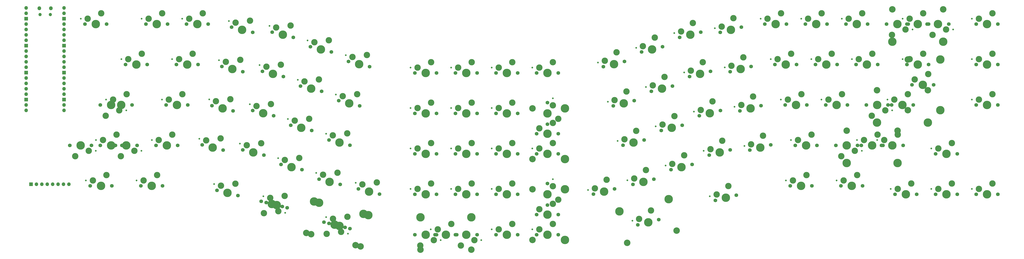
<source format=gts>
G04 #@! TF.GenerationSoftware,KiCad,Pcbnew,7.0.7*
G04 #@! TF.CreationDate,2023-09-16T21:00:12-07:00*
G04 #@! TF.ProjectId,pcb,7063622e-6b69-4636-9164-5f7063625858,rev?*
G04 #@! TF.SameCoordinates,Original*
G04 #@! TF.FileFunction,Soldermask,Top*
G04 #@! TF.FilePolarity,Negative*
%FSLAX46Y46*%
G04 Gerber Fmt 4.6, Leading zero omitted, Abs format (unit mm)*
G04 Created by KiCad (PCBNEW 7.0.7) date 2023-09-16 21:00:12*
%MOMM*%
%LPD*%
G01*
G04 APERTURE LIST*
%ADD10O,1.800000X1.800000*%
%ADD11O,1.500000X1.500000*%
%ADD12O,1.700000X1.700000*%
%ADD13R,1.700000X1.700000*%
%ADD14C,0.800000*%
%ADD15C,3.987800*%
%ADD16C,3.048000*%
%ADD17C,1.750000*%
%ADD18C,3.000000*%
G04 APERTURE END LIST*
D10*
X-9075000Y-263960000D03*
X-3625000Y-263960000D03*
D11*
X-3925000Y-266990000D03*
X-8775000Y-266990000D03*
D12*
X2540000Y-263830000D03*
X2540000Y-266370000D03*
D13*
X2540000Y-268910000D03*
D12*
X2540000Y-271450000D03*
X2540000Y-273990000D03*
X2540000Y-276530000D03*
X2540000Y-279070000D03*
D13*
X2540000Y-281610000D03*
D12*
X2540000Y-284150000D03*
X2540000Y-286690000D03*
X2540000Y-289230000D03*
X2540000Y-291770000D03*
D13*
X2540000Y-294310000D03*
D12*
X2540000Y-296850000D03*
X2540000Y-299390000D03*
X2540000Y-301930000D03*
X2540000Y-304470000D03*
D13*
X2540000Y-307010000D03*
D12*
X2540000Y-309550000D03*
X2540000Y-312090000D03*
X-15240000Y-312090000D03*
X-15240000Y-309550000D03*
D13*
X-15240000Y-307010000D03*
D12*
X-15240000Y-304470000D03*
X-15240000Y-301930000D03*
X-15240000Y-299390000D03*
X-15240000Y-296850000D03*
D13*
X-15240000Y-294310000D03*
D12*
X-15240000Y-291770000D03*
X-15240000Y-289230000D03*
X-15240000Y-286690000D03*
X-15240000Y-284150000D03*
D13*
X-15240000Y-281610000D03*
D12*
X-15240000Y-279070000D03*
X-15240000Y-276530000D03*
X-15240000Y-273990000D03*
X-15240000Y-271450000D03*
D13*
X-15240000Y-268910000D03*
D12*
X-15240000Y-266370000D03*
X-15240000Y-263830000D03*
D14*
X396140000Y-268922500D03*
D15*
X415163000Y-279717500D03*
D16*
X415163000Y-264477500D03*
D17*
X408305000Y-271462500D03*
D18*
X405765000Y-266382500D03*
D15*
X403225000Y-271462500D03*
D18*
X399415000Y-268922500D03*
D17*
X398145000Y-271462500D03*
D15*
X391287000Y-279717500D03*
D16*
X391287000Y-264477500D03*
D14*
X29427500Y-287972500D03*
D17*
X41592500Y-290512500D03*
D18*
X39052500Y-285432500D03*
D15*
X36512500Y-290512500D03*
D18*
X32702500Y-287972500D03*
D17*
X31432500Y-290512500D03*
D14*
X396140000Y-287972500D03*
D17*
X408305000Y-290512500D03*
D18*
X405765000Y-285432500D03*
D15*
X403225000Y-290512500D03*
D18*
X399415000Y-287972500D03*
D17*
X398145000Y-290512500D03*
D14*
X269267765Y-364043909D03*
D16*
X290030007Y-368683896D03*
D15*
X286343117Y-353896589D03*
D17*
X281685894Y-363565481D03*
D18*
X277992380Y-359250860D03*
D15*
X276756792Y-364794444D03*
D18*
X272445484Y-363251615D03*
D17*
X271827690Y-366023407D03*
D16*
X266863226Y-374460023D03*
D15*
X263176336Y-359672716D03*
D14*
X135750064Y-370118568D03*
D15*
X119903675Y-355042145D03*
D16*
X116216785Y-369829452D03*
D17*
X124560898Y-364711037D03*
D18*
X125796486Y-370254621D03*
D15*
X129490000Y-365940000D03*
D18*
X132572345Y-369326274D03*
D17*
X134419102Y-367168963D03*
D15*
X143070456Y-360818272D03*
D16*
X139383566Y-375605579D03*
D14*
X388996250Y-307022500D03*
D15*
X408019250Y-317817500D03*
D16*
X408019250Y-302577500D03*
D17*
X401161250Y-309562500D03*
D18*
X398621250Y-304482500D03*
D15*
X396081250Y-309562500D03*
D18*
X392271250Y-307022500D03*
D17*
X391001250Y-309562500D03*
D15*
X384143250Y-317817500D03*
D16*
X384143250Y-302577500D03*
D14*
X374708750Y-326072500D03*
D15*
X393731750Y-336867500D03*
D16*
X393731750Y-321627500D03*
D17*
X386873750Y-328612500D03*
D18*
X384333750Y-323532500D03*
D15*
X381793750Y-328612500D03*
D18*
X377983750Y-326072500D03*
D17*
X376713750Y-328612500D03*
D15*
X369855750Y-336867500D03*
D16*
X369855750Y-321627500D03*
D14*
X125552194Y-362344105D03*
D16*
X141705824Y-376188252D03*
D15*
X145392714Y-361400945D03*
D17*
X136741360Y-367751636D03*
D18*
X135505772Y-362208052D03*
D15*
X131812258Y-366522673D03*
D18*
X128729913Y-363136399D03*
D17*
X126883156Y-365293710D03*
D16*
X118539043Y-370412125D03*
D15*
X122225933Y-355624818D03*
D14*
X174683750Y-368141250D03*
D16*
X193706750Y-377666250D03*
D15*
X193706750Y-362426250D03*
D17*
X186848750Y-370681250D03*
D18*
X184308750Y-365601250D03*
D15*
X181768750Y-370681250D03*
D18*
X177958750Y-368141250D03*
D17*
X176688750Y-370681250D03*
D16*
X169830750Y-377666250D03*
D15*
X169830750Y-362426250D03*
D14*
X17521250Y-326072500D03*
D17*
X29686250Y-328612500D03*
D18*
X27146250Y-323532500D03*
D15*
X24606250Y-328612500D03*
D18*
X20796250Y-326072500D03*
D17*
X19526250Y-328612500D03*
D14*
X22283800Y-307022500D03*
D17*
X34448800Y-309562500D03*
D18*
X31908800Y-304482500D03*
D15*
X29368800Y-309562500D03*
D18*
X25558800Y-307022500D03*
D17*
X24288800Y-309562500D03*
D14*
X38835000Y-331152500D03*
D17*
X26670000Y-328612500D03*
D18*
X29210000Y-333692500D03*
D15*
X31750000Y-328612500D03*
D18*
X35560000Y-331152500D03*
D17*
X36830000Y-328612500D03*
D14*
X10377500Y-268922500D03*
D17*
X22542500Y-271462500D03*
D18*
X20002500Y-266382500D03*
D15*
X17462500Y-271462500D03*
D18*
X13652500Y-268922500D03*
D17*
X12382500Y-271462500D03*
D14*
X38952500Y-268922500D03*
D17*
X51117500Y-271462500D03*
D18*
X48577500Y-266382500D03*
D15*
X46037500Y-271462500D03*
D18*
X42227500Y-268922500D03*
D17*
X40957500Y-271462500D03*
D14*
X58002500Y-268922500D03*
D17*
X70167500Y-271462500D03*
D18*
X67627500Y-266382500D03*
D15*
X65087500Y-271462500D03*
D18*
X61277500Y-268922500D03*
D17*
X60007500Y-271462500D03*
D14*
X253143833Y-289531298D03*
D17*
X265561962Y-289052870D03*
D18*
X261868448Y-284738249D03*
D15*
X260632860Y-290281833D03*
D18*
X256321552Y-288739004D03*
D17*
X255703758Y-291510796D03*
D14*
X271051890Y-282612169D03*
D17*
X283470019Y-282133741D03*
D18*
X279776505Y-277819120D03*
D15*
X278540917Y-283362704D03*
D18*
X274229609Y-281819875D03*
D17*
X273611815Y-284591667D03*
D14*
X288959947Y-275693040D03*
D17*
X301378076Y-275214612D03*
D18*
X297684562Y-270899991D03*
D15*
X296448974Y-276443575D03*
D18*
X292137666Y-274900746D03*
D17*
X291519872Y-277672538D03*
D14*
X308020157Y-273394945D03*
D17*
X320438286Y-272916517D03*
D18*
X316744772Y-268601896D03*
D15*
X315509184Y-274145480D03*
D18*
X311197876Y-272602651D03*
D17*
X310580082Y-275374443D03*
D14*
X53240000Y-287972500D03*
D17*
X65405000Y-290512500D03*
D18*
X62865000Y-285432500D03*
D15*
X60325000Y-290512500D03*
D18*
X56515000Y-287972500D03*
D17*
X55245000Y-290512500D03*
D14*
X257752445Y-308015431D03*
D17*
X270170574Y-307537003D03*
D18*
X266477060Y-303222382D03*
D15*
X265241472Y-308765966D03*
D18*
X260930164Y-307223137D03*
D17*
X260312370Y-309994929D03*
D14*
X275660502Y-301096302D03*
D17*
X288078631Y-300617874D03*
D18*
X284385117Y-296303253D03*
D15*
X283149529Y-301846837D03*
D18*
X278838221Y-300304008D03*
D17*
X278220427Y-303075800D03*
D14*
X293568559Y-294177174D03*
D17*
X305986688Y-293698746D03*
D18*
X302293174Y-289384125D03*
D15*
X301057586Y-294927709D03*
D18*
X296746278Y-293384880D03*
D17*
X296128484Y-296156672D03*
D14*
X312628769Y-291879078D03*
D17*
X325046898Y-291400650D03*
D18*
X321353384Y-287086029D03*
D15*
X320117796Y-292629613D03*
D18*
X315806488Y-291086784D03*
D17*
X315188694Y-293858576D03*
D14*
X48477500Y-307022500D03*
D17*
X60642500Y-309562500D03*
D18*
X58102500Y-304482500D03*
D15*
X55562500Y-309562500D03*
D18*
X51752500Y-307022500D03*
D17*
X50482500Y-309562500D03*
D14*
X262361057Y-326499565D03*
D17*
X274779186Y-326021137D03*
D18*
X271085672Y-321706516D03*
D15*
X269850084Y-327250100D03*
D18*
X265538776Y-325707271D03*
D17*
X264920982Y-328479063D03*
D14*
X280269114Y-319580436D03*
D17*
X292687243Y-319102008D03*
D18*
X288993729Y-314787387D03*
D15*
X287758141Y-320330971D03*
D18*
X283446833Y-318788142D03*
D17*
X282829039Y-321559934D03*
D14*
X298177171Y-312661307D03*
D17*
X310595300Y-312182879D03*
D18*
X306901786Y-307868258D03*
D15*
X305666198Y-313411842D03*
D18*
X301354890Y-311869013D03*
D17*
X300737096Y-314640805D03*
D14*
X317237381Y-310363212D03*
D17*
X329655510Y-309884784D03*
D18*
X325961996Y-305570163D03*
D15*
X324726408Y-311113747D03*
D18*
X320415100Y-309570918D03*
D17*
X319797306Y-312342710D03*
D14*
X43715000Y-326072500D03*
D17*
X55880000Y-328612500D03*
D18*
X53340000Y-323532500D03*
D15*
X50800000Y-328612500D03*
D18*
X46990000Y-326072500D03*
D17*
X45720000Y-328612500D03*
D14*
X266969669Y-344983698D03*
D17*
X279387798Y-344505270D03*
D18*
X275694284Y-340190649D03*
D15*
X274458696Y-345734233D03*
D18*
X270147388Y-344191404D03*
D17*
X269529594Y-346963196D03*
D14*
X284877726Y-338064570D03*
D17*
X297295855Y-337586142D03*
D18*
X293602341Y-333271521D03*
D15*
X292366753Y-338815105D03*
D18*
X288055445Y-337272276D03*
D17*
X287437651Y-340044068D03*
D14*
X248485536Y-349592311D03*
D17*
X260903665Y-349113883D03*
D18*
X257210151Y-344799262D03*
D15*
X255974563Y-350342846D03*
D18*
X251663255Y-348800017D03*
D17*
X251045461Y-351571809D03*
D14*
X302785783Y-331145441D03*
D17*
X315203912Y-330667013D03*
D18*
X311510398Y-326352392D03*
D15*
X310274810Y-331895976D03*
D18*
X305963502Y-330353147D03*
D17*
X305345708Y-333124939D03*
D14*
X321845994Y-328847345D03*
D17*
X334264123Y-328368917D03*
D18*
X330570609Y-324054296D03*
D15*
X329335021Y-329597880D03*
D18*
X325023713Y-328055051D03*
D17*
X324405919Y-330826843D03*
D14*
X419835000Y-274002500D03*
D17*
X407670000Y-271462500D03*
D18*
X410210000Y-276542500D03*
D15*
X412750000Y-271462500D03*
D18*
X416560000Y-274002500D03*
D17*
X417830000Y-271462500D03*
D14*
X348515000Y-268922500D03*
D17*
X360680000Y-271462500D03*
D18*
X358140000Y-266382500D03*
D15*
X355600000Y-271462500D03*
D18*
X351790000Y-268922500D03*
D17*
X350520000Y-271462500D03*
D14*
X367565000Y-268922500D03*
D17*
X379730000Y-271462500D03*
D18*
X377190000Y-266382500D03*
D15*
X374650000Y-271462500D03*
D18*
X370840000Y-268922500D03*
D17*
X369570000Y-271462500D03*
D14*
X353277500Y-287972500D03*
D17*
X365442500Y-290512500D03*
D18*
X362902500Y-285432500D03*
D15*
X360362500Y-290512500D03*
D18*
X356552500Y-287972500D03*
D17*
X355282500Y-290512500D03*
D14*
X400785000Y-274002500D03*
D17*
X388620000Y-271462500D03*
D18*
X391160000Y-276542500D03*
D15*
X393700000Y-271462500D03*
D18*
X397510000Y-274002500D03*
D17*
X398780000Y-271462500D03*
D14*
X372327500Y-287972500D03*
D17*
X384492500Y-290512500D03*
D18*
X381952500Y-285432500D03*
D15*
X379412500Y-290512500D03*
D18*
X375602500Y-287972500D03*
D17*
X374332500Y-290512500D03*
D14*
X329465000Y-268922500D03*
D17*
X341630000Y-271462500D03*
D18*
X339090000Y-266382500D03*
D15*
X336550000Y-271462500D03*
D18*
X332740000Y-268922500D03*
D17*
X331470000Y-271462500D03*
D14*
X334227500Y-287972500D03*
D17*
X346392500Y-290512500D03*
D18*
X343852500Y-285432500D03*
D15*
X341312500Y-290512500D03*
D18*
X337502500Y-287972500D03*
D17*
X336232500Y-290512500D03*
D14*
X338990000Y-307022500D03*
D17*
X351155000Y-309562500D03*
D18*
X348615000Y-304482500D03*
D15*
X346075000Y-309562500D03*
D18*
X342265000Y-307022500D03*
D17*
X340995000Y-309562500D03*
D14*
X358040000Y-307022500D03*
D17*
X370205000Y-309562500D03*
D18*
X367665000Y-304482500D03*
D15*
X365125000Y-309562500D03*
D18*
X361315000Y-307022500D03*
D17*
X360045000Y-309562500D03*
D14*
X391260000Y-312102500D03*
D17*
X379095000Y-309562500D03*
D18*
X381635000Y-314642500D03*
D15*
X384175000Y-309562500D03*
D18*
X387985000Y-312102500D03*
D17*
X389255000Y-309562500D03*
D14*
X343752500Y-326072500D03*
D17*
X355917500Y-328612500D03*
D18*
X353377500Y-323532500D03*
D15*
X350837500Y-328612500D03*
D18*
X347027500Y-326072500D03*
D17*
X345757500Y-328612500D03*
D14*
X409633750Y-349091250D03*
D17*
X421798750Y-351631250D03*
D18*
X419258750Y-346551250D03*
D15*
X416718750Y-351631250D03*
D18*
X412908750Y-349091250D03*
D17*
X411638750Y-351631250D03*
D14*
X376972500Y-331152500D03*
D17*
X364807500Y-328612500D03*
D18*
X367347500Y-333692500D03*
D15*
X369887500Y-328612500D03*
D18*
X373697500Y-331152500D03*
D17*
X374967500Y-328612500D03*
D14*
X390583750Y-349091250D03*
D17*
X402748750Y-351631250D03*
D18*
X400208750Y-346551250D03*
D15*
X397668750Y-351631250D03*
D18*
X393858750Y-349091250D03*
D17*
X392588750Y-351631250D03*
D14*
X98928462Y-272265007D03*
D17*
X110117628Y-277672538D03*
D18*
X108882040Y-272128954D03*
D15*
X105188526Y-276443575D03*
D18*
X102106181Y-273057301D03*
D17*
X100259424Y-275214612D03*
D14*
X79868252Y-269966912D03*
D17*
X91057418Y-275374443D03*
D18*
X89821830Y-269830859D03*
D15*
X86128316Y-274145480D03*
D18*
X83045971Y-270759206D03*
D17*
X81199214Y-272916517D03*
D14*
X134744576Y-286103265D03*
D17*
X145933742Y-291510796D03*
D18*
X144698154Y-285967212D03*
D15*
X141004640Y-290281833D03*
D18*
X137922295Y-286895559D03*
D17*
X136075538Y-289052870D03*
D14*
X70651028Y-306935179D03*
D17*
X81840194Y-312342710D03*
D18*
X80604606Y-306799126D03*
D15*
X76911092Y-311113747D03*
D18*
X73828747Y-307727473D03*
D17*
X71981990Y-309884784D03*
D14*
X125527352Y-323071532D03*
D17*
X136716518Y-328479063D03*
D18*
X135480930Y-322935479D03*
D15*
X131787416Y-327250100D03*
D18*
X128705071Y-323863826D03*
D17*
X126858314Y-326021137D03*
D14*
X75259640Y-288451045D03*
D17*
X86448806Y-293858576D03*
D18*
X85213218Y-288314992D03*
D15*
X81519704Y-292629613D03*
D18*
X78437359Y-289243339D03*
D17*
X76590602Y-291400650D03*
D14*
X112227907Y-297668269D03*
D17*
X123417073Y-303075800D03*
D18*
X122181485Y-297532216D03*
D15*
X118487971Y-301846837D03*
D18*
X115405626Y-298460563D03*
D17*
X113558869Y-300617874D03*
D14*
X94319850Y-290749141D03*
D17*
X105509016Y-296156672D03*
D18*
X104273428Y-290613088D03*
D15*
X100579914Y-294927709D03*
D18*
X97497569Y-291541435D03*
D17*
X95650812Y-293698746D03*
D14*
X89711238Y-309233274D03*
D17*
X100900404Y-314640805D03*
D18*
X99664816Y-309097221D03*
D15*
X95971302Y-313411842D03*
D18*
X92888957Y-310025568D03*
D17*
X91042200Y-312182879D03*
D14*
X107619295Y-316152403D03*
D17*
X118808461Y-321559934D03*
D18*
X117572873Y-316016350D03*
D15*
X113879359Y-320330971D03*
D18*
X110797014Y-316944697D03*
D17*
X108950257Y-319102008D03*
D14*
X130135964Y-304587398D03*
D17*
X141325130Y-309994929D03*
D18*
X140089542Y-304451345D03*
D15*
X136396028Y-308765966D03*
D18*
X133313683Y-305379692D03*
D17*
X131466926Y-307537003D03*
D14*
X116836519Y-279184136D03*
D17*
X128025685Y-284591667D03*
D18*
X126790097Y-279048083D03*
D15*
X123096583Y-283362704D03*
D18*
X120014238Y-279976430D03*
D17*
X118167481Y-282133741D03*
D14*
X66042415Y-325419312D03*
D17*
X77231581Y-330826843D03*
D18*
X75995993Y-325283259D03*
D15*
X72302479Y-329597880D03*
D18*
X69220134Y-326211606D03*
D17*
X67373377Y-328368917D03*
D14*
X103010683Y-334636537D03*
D17*
X114199849Y-340044068D03*
D18*
X112964261Y-334500484D03*
D15*
X109270747Y-338815105D03*
D18*
X106188402Y-335428831D03*
D17*
X104341645Y-337586142D03*
D14*
X139402873Y-346164278D03*
D17*
X150592039Y-351571809D03*
D18*
X149356451Y-346028225D03*
D15*
X145662937Y-350342846D03*
D18*
X142580592Y-346956572D03*
D17*
X140733835Y-349113883D03*
D14*
X120918740Y-341555665D03*
D17*
X132107906Y-346963196D03*
D18*
X130872318Y-341419612D03*
D15*
X127178804Y-345734233D03*
D18*
X124096459Y-342347959D03*
D17*
X122249702Y-344505270D03*
D14*
X85102626Y-327717408D03*
D17*
X96291792Y-333124939D03*
D18*
X95056204Y-327581355D03*
D15*
X91362690Y-331895976D03*
D18*
X88280345Y-328509702D03*
D17*
X86433588Y-330667013D03*
D14*
X106290064Y-360328568D03*
D17*
X95100898Y-354921037D03*
D18*
X96336486Y-360464621D03*
D15*
X100030000Y-356150000D03*
D18*
X103112345Y-359536274D03*
D17*
X104959102Y-357378963D03*
D14*
X409633750Y-330041250D03*
D17*
X421798750Y-332581250D03*
D18*
X419258750Y-327501250D03*
D15*
X416718750Y-332581250D03*
D18*
X412908750Y-330041250D03*
D17*
X411638750Y-332581250D03*
D14*
X428683750Y-349091250D03*
D17*
X440848750Y-351631250D03*
D18*
X438308750Y-346551250D03*
D15*
X435768750Y-351631250D03*
D18*
X431958750Y-349091250D03*
D17*
X430688750Y-351631250D03*
D14*
X222308750Y-330041250D03*
D17*
X234473750Y-332581250D03*
D18*
X231933750Y-327501250D03*
D15*
X229393750Y-332581250D03*
D18*
X225583750Y-330041250D03*
D17*
X224313750Y-332581250D03*
D14*
X203258750Y-330041250D03*
D17*
X215423750Y-332581250D03*
D18*
X212883750Y-327501250D03*
D15*
X210343750Y-332581250D03*
D18*
X206533750Y-330041250D03*
D17*
X205263750Y-332581250D03*
D14*
X222308750Y-368141250D03*
D17*
X234473750Y-370681250D03*
D18*
X231933750Y-365601250D03*
D15*
X229393750Y-370681250D03*
D18*
X225583750Y-368141250D03*
D17*
X224313750Y-370681250D03*
D14*
X428683750Y-287972500D03*
D17*
X440848750Y-290512500D03*
D18*
X438308750Y-285432500D03*
D15*
X435768750Y-290512500D03*
D18*
X431958750Y-287972500D03*
D17*
X430688750Y-290512500D03*
D14*
X165158750Y-291941250D03*
D17*
X177323750Y-294481250D03*
D18*
X174783750Y-289401250D03*
D15*
X172243750Y-294481250D03*
D18*
X168433750Y-291941250D03*
D17*
X167163750Y-294481250D03*
D14*
X231933750Y-344546250D03*
D17*
X229393750Y-356711250D03*
D18*
X234473750Y-354171250D03*
D15*
X229393750Y-351631250D03*
D18*
X231933750Y-347821250D03*
D17*
X229393750Y-346551250D03*
D14*
X203258750Y-291941250D03*
D17*
X215423750Y-294481250D03*
D18*
X212883750Y-289401250D03*
D15*
X210343750Y-294481250D03*
D18*
X206533750Y-291941250D03*
D17*
X205263750Y-294481250D03*
D14*
X198378750Y-373221250D03*
D17*
X186213750Y-370681250D03*
D18*
X188753750Y-375761250D03*
D15*
X191293750Y-370681250D03*
D18*
X195103750Y-373221250D03*
D17*
X196373750Y-370681250D03*
D14*
X184208750Y-310991250D03*
D17*
X196373750Y-313531250D03*
D18*
X193833750Y-308451250D03*
D15*
X191293750Y-313531250D03*
D18*
X187483750Y-310991250D03*
D17*
X186213750Y-313531250D03*
D14*
X203258750Y-368141250D03*
D17*
X215423750Y-370681250D03*
D18*
X212883750Y-365601250D03*
D15*
X210343750Y-370681250D03*
D18*
X206533750Y-368141250D03*
D17*
X205263750Y-370681250D03*
D14*
X203258750Y-310991250D03*
D17*
X215423750Y-313531250D03*
D18*
X212883750Y-308451250D03*
D15*
X210343750Y-313531250D03*
D18*
X206533750Y-310991250D03*
D17*
X205263750Y-313531250D03*
D14*
X165158750Y-349091250D03*
D17*
X177323750Y-351631250D03*
D18*
X174783750Y-346551250D03*
D15*
X172243750Y-351631250D03*
D18*
X168433750Y-349091250D03*
D17*
X167163750Y-351631250D03*
D14*
X165158750Y-310991250D03*
D17*
X177323750Y-313531250D03*
D18*
X174783750Y-308451250D03*
D15*
X172243750Y-313531250D03*
D18*
X168433750Y-310991250D03*
D17*
X167163750Y-313531250D03*
D14*
X203258750Y-349091250D03*
D17*
X215423750Y-351631250D03*
D18*
X212883750Y-346551250D03*
D15*
X210343750Y-351631250D03*
D18*
X206533750Y-349091250D03*
D17*
X205263750Y-351631250D03*
D14*
X165158750Y-330041250D03*
D17*
X177323750Y-332581250D03*
D18*
X174783750Y-327501250D03*
D15*
X172243750Y-332581250D03*
D18*
X168433750Y-330041250D03*
D17*
X167163750Y-332581250D03*
D14*
X222308750Y-291941250D03*
D17*
X234473750Y-294481250D03*
D18*
X231933750Y-289401250D03*
D15*
X229393750Y-294481250D03*
D18*
X225583750Y-291941250D03*
D17*
X224313750Y-294481250D03*
D14*
X184208750Y-330041250D03*
D17*
X196373750Y-332581250D03*
D18*
X193833750Y-327501250D03*
D15*
X191293750Y-332581250D03*
D18*
X187483750Y-330041250D03*
D17*
X186213750Y-332581250D03*
D14*
X179328750Y-373221250D03*
D17*
X167163750Y-370681250D03*
D18*
X169703750Y-375761250D03*
D15*
X172243750Y-370681250D03*
D18*
X176053750Y-373221250D03*
D17*
X177323750Y-370681250D03*
D14*
X231933750Y-306446250D03*
D17*
X229393750Y-318611250D03*
D18*
X234473750Y-316071250D03*
D15*
X229393750Y-313531250D03*
D18*
X231933750Y-309721250D03*
D17*
X229393750Y-308451250D03*
D14*
X184208750Y-291941250D03*
D17*
X196373750Y-294481250D03*
D18*
X193833750Y-289401250D03*
D15*
X191293750Y-294481250D03*
D18*
X187483750Y-291941250D03*
D17*
X186213750Y-294481250D03*
D14*
X184208750Y-349091250D03*
D17*
X196373750Y-351631250D03*
D18*
X193833750Y-346551250D03*
D15*
X191293750Y-351631250D03*
D18*
X187483750Y-349091250D03*
D17*
X186213750Y-351631250D03*
D14*
X428683750Y-307022500D03*
D17*
X440848750Y-309562500D03*
D18*
X438308750Y-304482500D03*
D15*
X435768750Y-309562500D03*
D18*
X431958750Y-307022500D03*
D17*
X430688750Y-309562500D03*
D14*
X428683750Y-268922500D03*
D17*
X440848750Y-271462500D03*
D18*
X438308750Y-266382500D03*
D15*
X435768750Y-271462500D03*
D18*
X431958750Y-268922500D03*
D17*
X430688750Y-271462500D03*
D14*
X17403750Y-331152500D03*
D17*
X5238750Y-328612500D03*
D18*
X7778750Y-333692500D03*
D15*
X10318750Y-328612500D03*
D18*
X14128750Y-331152500D03*
D17*
X15398750Y-328612500D03*
D14*
X12758750Y-345122500D03*
D17*
X24923750Y-347662500D03*
D18*
X22383750Y-342582500D03*
D15*
X19843750Y-347662500D03*
D18*
X16033750Y-345122500D03*
D17*
X14763750Y-347662500D03*
D14*
X36571250Y-345122500D03*
D17*
X48736250Y-347662500D03*
D18*
X46196250Y-342582500D03*
D15*
X43656250Y-347662500D03*
D18*
X39846250Y-345122500D03*
D17*
X38576250Y-347662500D03*
D14*
X305659955Y-352516168D03*
D17*
X318078084Y-352037740D03*
D18*
X314384570Y-347723119D03*
D15*
X313148982Y-353266703D03*
D18*
X308837674Y-351723874D03*
D17*
X308219880Y-354495666D03*
D14*
X384233750Y-326072500D03*
D17*
X396398750Y-328612500D03*
D18*
X393858750Y-323532500D03*
D15*
X391318750Y-328612500D03*
D18*
X387508750Y-326072500D03*
D17*
X386238750Y-328612500D03*
D14*
X365183750Y-345122500D03*
D17*
X377348750Y-347662500D03*
D18*
X374808750Y-342582500D03*
D15*
X372268750Y-347662500D03*
D18*
X368458750Y-345122500D03*
D17*
X367188750Y-347662500D03*
D14*
X341371250Y-345122500D03*
D17*
X353536250Y-347662500D03*
D18*
X350996250Y-342582500D03*
D15*
X348456250Y-347662500D03*
D18*
X344646250Y-345122500D03*
D17*
X343376250Y-347662500D03*
D14*
X96091554Y-352544594D03*
D17*
X107280720Y-357952125D03*
D18*
X106045132Y-352408541D03*
D15*
X102351618Y-356723162D03*
D18*
X99269273Y-353336888D03*
D17*
X97422516Y-355494199D03*
D14*
X72986387Y-346783829D03*
D17*
X84175553Y-352191360D03*
D18*
X82939965Y-346647776D03*
D15*
X79246451Y-350962397D03*
D18*
X76164106Y-347576123D03*
D17*
X74317349Y-349733434D03*
D14*
X31691250Y-312102500D03*
D17*
X19526250Y-309562500D03*
D18*
X22066250Y-314642500D03*
D15*
X24606250Y-309562500D03*
D18*
X28416250Y-312102500D03*
D17*
X29686250Y-309562500D03*
D15*
X237648750Y-373094250D03*
X237648750Y-349218250D03*
D17*
X234473750Y-361156250D03*
D18*
X231933750Y-356076250D03*
D15*
X229393750Y-361156250D03*
D18*
X225583750Y-358616250D03*
D17*
X224313750Y-361156250D03*
D16*
X222408750Y-373094250D03*
X222408750Y-349218250D03*
D13*
X-12954000Y-346837000D03*
D12*
X-10414000Y-346837000D03*
X-7874000Y-346837000D03*
X-5334000Y-346837000D03*
X-2794000Y-346837000D03*
X-254000Y-346837000D03*
X2286000Y-346837000D03*
X4826000Y-346837000D03*
D15*
X237648750Y-334994250D03*
X237648750Y-311118250D03*
D17*
X234473750Y-323056250D03*
D18*
X231933750Y-317976250D03*
D15*
X229393750Y-323056250D03*
D18*
X225583750Y-320516250D03*
D17*
X224313750Y-323056250D03*
D16*
X222408750Y-334994250D03*
X222408750Y-311118250D03*
D15*
X413861250Y-311975500D03*
X413861250Y-288099500D03*
D17*
X410686250Y-300037500D03*
D18*
X408146250Y-294957500D03*
D15*
X405606250Y-300037500D03*
D18*
X401796250Y-297497500D03*
D17*
X400526250Y-300037500D03*
D16*
X398621250Y-311975500D03*
X398621250Y-288099500D03*
M02*

</source>
